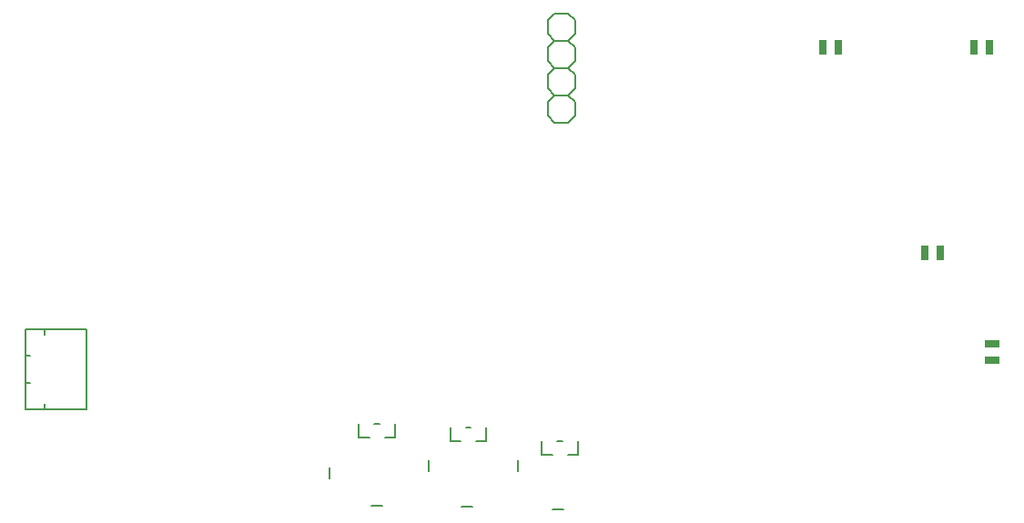
<source format=gbr>
G04 EAGLE Gerber RS-274X export*
G75*
%MOMM*%
%FSLAX34Y34*%
%LPD*%
%INSilkscreen Bottom*%
%IPPOS*%
%AMOC8*
5,1,8,0,0,1.08239X$1,22.5*%
G01*
%ADD10R,0.650000X1.400000*%
%ADD11R,1.400000X0.650000*%
%ADD12C,0.127000*%
%ADD13C,0.203200*%
%ADD14C,0.152400*%


D10*
X882874Y379125D03*
X868142Y379125D03*
D11*
X931455Y294474D03*
X931455Y279742D03*
D10*
X913846Y570975D03*
X928578Y570975D03*
X788234Y570945D03*
X773502Y570945D03*
D12*
X89120Y307820D02*
X89120Y233820D01*
X31620Y233820D01*
X31620Y258420D01*
X31620Y283320D01*
X31620Y307820D01*
X49620Y307820D01*
X89120Y307820D01*
X36120Y283320D02*
X31620Y283320D01*
X49620Y302820D02*
X49620Y307820D01*
X49620Y239220D02*
X49620Y234220D01*
X36120Y258420D02*
X31620Y258420D01*
D13*
X437630Y142730D02*
X447790Y142730D01*
X407180Y176500D02*
X407180Y186660D01*
X427076Y203716D02*
X427076Y216844D01*
X427076Y203716D02*
X436664Y203716D01*
X460524Y203716D02*
X460524Y216844D01*
X460524Y203716D02*
X450936Y203716D01*
X446024Y216924D02*
X441436Y216924D01*
X521980Y140500D02*
X532140Y140500D01*
X490380Y176520D02*
X490380Y186680D01*
X512476Y191096D02*
X512476Y204224D01*
X512476Y191096D02*
X522064Y191096D01*
X545924Y191096D02*
X545924Y204224D01*
X545924Y191096D02*
X536336Y191096D01*
X531424Y204304D02*
X526836Y204304D01*
X363640Y143980D02*
X353480Y143980D01*
X314800Y169760D02*
X314800Y179920D01*
X342296Y207176D02*
X342296Y220304D01*
X342296Y207176D02*
X351884Y207176D01*
X375744Y207176D02*
X375744Y220304D01*
X375744Y207176D02*
X366156Y207176D01*
X361244Y220384D02*
X356656Y220384D01*
D14*
X536670Y551460D02*
X543020Y557810D01*
X543020Y570510D01*
X536670Y576860D01*
X523970Y576860D01*
X517620Y570510D01*
X517620Y557810D01*
X523970Y551460D01*
X543020Y519710D02*
X543020Y507010D01*
X543020Y519710D02*
X536670Y526060D01*
X523970Y526060D01*
X517620Y519710D01*
X536670Y526060D02*
X543020Y532410D01*
X543020Y545110D01*
X536670Y551460D01*
X523970Y551460D01*
X517620Y545110D01*
X517620Y532410D01*
X523970Y526060D01*
X523970Y500660D02*
X536670Y500660D01*
X543020Y507010D01*
X523970Y500660D02*
X517620Y507010D01*
X517620Y519710D01*
X543020Y583210D02*
X543020Y595910D01*
X536670Y602260D01*
X523970Y602260D01*
X517620Y595910D01*
X536670Y576860D02*
X543020Y583210D01*
X523970Y576860D02*
X517620Y583210D01*
X517620Y595910D01*
M02*

</source>
